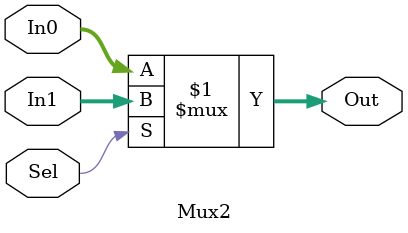
<source format=v>
`timescale 1ns / 1ps

/*
    Multiplexador de 2 entradas
*/

module Mux2 #(parameter SIZE = 32)(
    input Sel,
    input [(SIZE-1):0] In0 , In1,
    output [(SIZE-1):0] Out
    );

    assign Out = (Sel) ? In1 : In0;
endmodule
</source>
